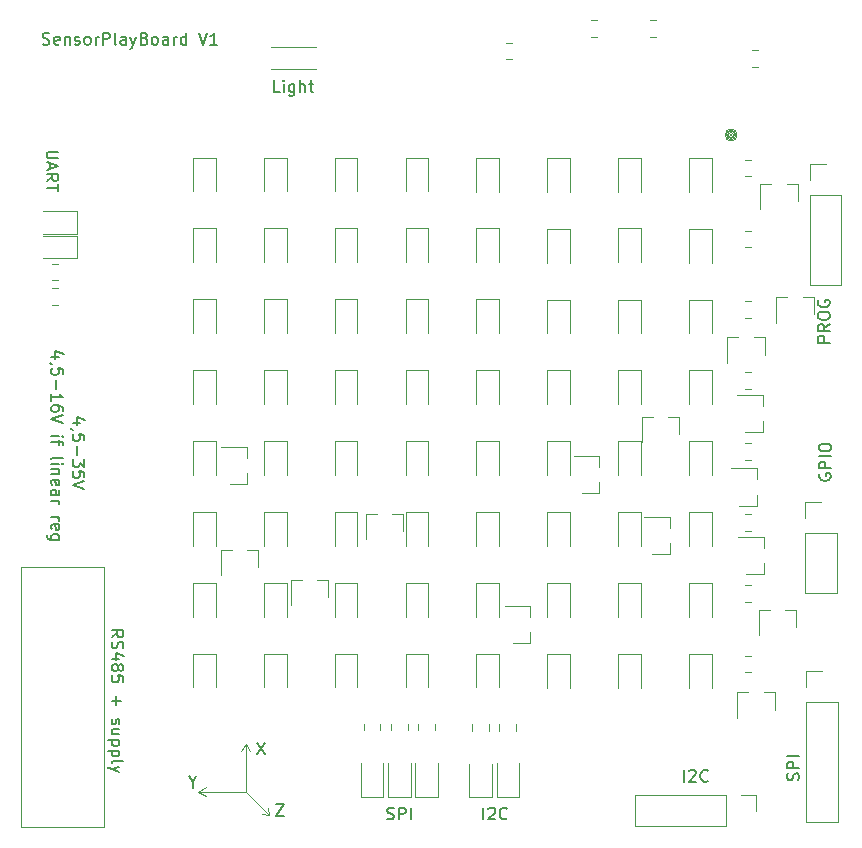
<source format=gbr>
G04 #@! TF.GenerationSoftware,KiCad,Pcbnew,(5.1.4)-1*
G04 #@! TF.CreationDate,2020-06-16T16:04:14+02:00*
G04 #@! TF.ProjectId,SensorPlayBoard,53656e73-6f72-4506-9c61-79426f617264,rev?*
G04 #@! TF.SameCoordinates,Original*
G04 #@! TF.FileFunction,Legend,Top*
G04 #@! TF.FilePolarity,Positive*
%FSLAX46Y46*%
G04 Gerber Fmt 4.6, Leading zero omitted, Abs format (unit mm)*
G04 Created by KiCad (PCBNEW (5.1.4)-1) date 2020-06-16 16:04:14*
%MOMM*%
%LPD*%
G04 APERTURE LIST*
%ADD10C,0.150000*%
%ADD11C,0.120000*%
G04 APERTURE END LIST*
D10*
X151880952Y-56752380D02*
X151404761Y-56752380D01*
X151404761Y-55752380D01*
X152214285Y-56752380D02*
X152214285Y-56085714D01*
X152214285Y-55752380D02*
X152166666Y-55800000D01*
X152214285Y-55847619D01*
X152261904Y-55800000D01*
X152214285Y-55752380D01*
X152214285Y-55847619D01*
X153119047Y-56085714D02*
X153119047Y-56895238D01*
X153071428Y-56990476D01*
X153023809Y-57038095D01*
X152928571Y-57085714D01*
X152785714Y-57085714D01*
X152690476Y-57038095D01*
X153119047Y-56704761D02*
X153023809Y-56752380D01*
X152833333Y-56752380D01*
X152738095Y-56704761D01*
X152690476Y-56657142D01*
X152642857Y-56561904D01*
X152642857Y-56276190D01*
X152690476Y-56180952D01*
X152738095Y-56133333D01*
X152833333Y-56085714D01*
X153023809Y-56085714D01*
X153119047Y-56133333D01*
X153595238Y-56752380D02*
X153595238Y-55752380D01*
X154023809Y-56752380D02*
X154023809Y-56228571D01*
X153976190Y-56133333D01*
X153880952Y-56085714D01*
X153738095Y-56085714D01*
X153642857Y-56133333D01*
X153595238Y-56180952D01*
X154357142Y-56085714D02*
X154738095Y-56085714D01*
X154500000Y-55752380D02*
X154500000Y-56609523D01*
X154547619Y-56704761D01*
X154642857Y-56752380D01*
X154738095Y-56752380D01*
X131819047Y-52704761D02*
X131961904Y-52752380D01*
X132200000Y-52752380D01*
X132295238Y-52704761D01*
X132342857Y-52657142D01*
X132390476Y-52561904D01*
X132390476Y-52466666D01*
X132342857Y-52371428D01*
X132295238Y-52323809D01*
X132200000Y-52276190D01*
X132009523Y-52228571D01*
X131914285Y-52180952D01*
X131866666Y-52133333D01*
X131819047Y-52038095D01*
X131819047Y-51942857D01*
X131866666Y-51847619D01*
X131914285Y-51800000D01*
X132009523Y-51752380D01*
X132247619Y-51752380D01*
X132390476Y-51800000D01*
X133200000Y-52704761D02*
X133104761Y-52752380D01*
X132914285Y-52752380D01*
X132819047Y-52704761D01*
X132771428Y-52609523D01*
X132771428Y-52228571D01*
X132819047Y-52133333D01*
X132914285Y-52085714D01*
X133104761Y-52085714D01*
X133200000Y-52133333D01*
X133247619Y-52228571D01*
X133247619Y-52323809D01*
X132771428Y-52419047D01*
X133676190Y-52085714D02*
X133676190Y-52752380D01*
X133676190Y-52180952D02*
X133723809Y-52133333D01*
X133819047Y-52085714D01*
X133961904Y-52085714D01*
X134057142Y-52133333D01*
X134104761Y-52228571D01*
X134104761Y-52752380D01*
X134533333Y-52704761D02*
X134628571Y-52752380D01*
X134819047Y-52752380D01*
X134914285Y-52704761D01*
X134961904Y-52609523D01*
X134961904Y-52561904D01*
X134914285Y-52466666D01*
X134819047Y-52419047D01*
X134676190Y-52419047D01*
X134580952Y-52371428D01*
X134533333Y-52276190D01*
X134533333Y-52228571D01*
X134580952Y-52133333D01*
X134676190Y-52085714D01*
X134819047Y-52085714D01*
X134914285Y-52133333D01*
X135533333Y-52752380D02*
X135438095Y-52704761D01*
X135390476Y-52657142D01*
X135342857Y-52561904D01*
X135342857Y-52276190D01*
X135390476Y-52180952D01*
X135438095Y-52133333D01*
X135533333Y-52085714D01*
X135676190Y-52085714D01*
X135771428Y-52133333D01*
X135819047Y-52180952D01*
X135866666Y-52276190D01*
X135866666Y-52561904D01*
X135819047Y-52657142D01*
X135771428Y-52704761D01*
X135676190Y-52752380D01*
X135533333Y-52752380D01*
X136295238Y-52752380D02*
X136295238Y-52085714D01*
X136295238Y-52276190D02*
X136342857Y-52180952D01*
X136390476Y-52133333D01*
X136485714Y-52085714D01*
X136580952Y-52085714D01*
X136914285Y-52752380D02*
X136914285Y-51752380D01*
X137295238Y-51752380D01*
X137390476Y-51800000D01*
X137438095Y-51847619D01*
X137485714Y-51942857D01*
X137485714Y-52085714D01*
X137438095Y-52180952D01*
X137390476Y-52228571D01*
X137295238Y-52276190D01*
X136914285Y-52276190D01*
X138057142Y-52752380D02*
X137961904Y-52704761D01*
X137914285Y-52609523D01*
X137914285Y-51752380D01*
X138866666Y-52752380D02*
X138866666Y-52228571D01*
X138819047Y-52133333D01*
X138723809Y-52085714D01*
X138533333Y-52085714D01*
X138438095Y-52133333D01*
X138866666Y-52704761D02*
X138771428Y-52752380D01*
X138533333Y-52752380D01*
X138438095Y-52704761D01*
X138390476Y-52609523D01*
X138390476Y-52514285D01*
X138438095Y-52419047D01*
X138533333Y-52371428D01*
X138771428Y-52371428D01*
X138866666Y-52323809D01*
X139247619Y-52085714D02*
X139485714Y-52752380D01*
X139723809Y-52085714D02*
X139485714Y-52752380D01*
X139390476Y-52990476D01*
X139342857Y-53038095D01*
X139247619Y-53085714D01*
X140438095Y-52228571D02*
X140580952Y-52276190D01*
X140628571Y-52323809D01*
X140676190Y-52419047D01*
X140676190Y-52561904D01*
X140628571Y-52657142D01*
X140580952Y-52704761D01*
X140485714Y-52752380D01*
X140104761Y-52752380D01*
X140104761Y-51752380D01*
X140438095Y-51752380D01*
X140533333Y-51800000D01*
X140580952Y-51847619D01*
X140628571Y-51942857D01*
X140628571Y-52038095D01*
X140580952Y-52133333D01*
X140533333Y-52180952D01*
X140438095Y-52228571D01*
X140104761Y-52228571D01*
X141247619Y-52752380D02*
X141152380Y-52704761D01*
X141104761Y-52657142D01*
X141057142Y-52561904D01*
X141057142Y-52276190D01*
X141104761Y-52180952D01*
X141152380Y-52133333D01*
X141247619Y-52085714D01*
X141390476Y-52085714D01*
X141485714Y-52133333D01*
X141533333Y-52180952D01*
X141580952Y-52276190D01*
X141580952Y-52561904D01*
X141533333Y-52657142D01*
X141485714Y-52704761D01*
X141390476Y-52752380D01*
X141247619Y-52752380D01*
X142438095Y-52752380D02*
X142438095Y-52228571D01*
X142390476Y-52133333D01*
X142295238Y-52085714D01*
X142104761Y-52085714D01*
X142009523Y-52133333D01*
X142438095Y-52704761D02*
X142342857Y-52752380D01*
X142104761Y-52752380D01*
X142009523Y-52704761D01*
X141961904Y-52609523D01*
X141961904Y-52514285D01*
X142009523Y-52419047D01*
X142104761Y-52371428D01*
X142342857Y-52371428D01*
X142438095Y-52323809D01*
X142914285Y-52752380D02*
X142914285Y-52085714D01*
X142914285Y-52276190D02*
X142961904Y-52180952D01*
X143009523Y-52133333D01*
X143104761Y-52085714D01*
X143200000Y-52085714D01*
X143961904Y-52752380D02*
X143961904Y-51752380D01*
X143961904Y-52704761D02*
X143866666Y-52752380D01*
X143676190Y-52752380D01*
X143580952Y-52704761D01*
X143533333Y-52657142D01*
X143485714Y-52561904D01*
X143485714Y-52276190D01*
X143533333Y-52180952D01*
X143580952Y-52133333D01*
X143676190Y-52085714D01*
X143866666Y-52085714D01*
X143961904Y-52133333D01*
X145057142Y-51752380D02*
X145390476Y-52752380D01*
X145723809Y-51752380D01*
X146580952Y-52752380D02*
X146009523Y-52752380D01*
X146295238Y-52752380D02*
X146295238Y-51752380D01*
X146200000Y-51895238D01*
X146104761Y-51990476D01*
X146009523Y-52038095D01*
X137647619Y-102919047D02*
X138123809Y-102585714D01*
X137647619Y-102347619D02*
X138647619Y-102347619D01*
X138647619Y-102728571D01*
X138600000Y-102823809D01*
X138552380Y-102871428D01*
X138457142Y-102919047D01*
X138314285Y-102919047D01*
X138219047Y-102871428D01*
X138171428Y-102823809D01*
X138123809Y-102728571D01*
X138123809Y-102347619D01*
X137695238Y-103300000D02*
X137647619Y-103442857D01*
X137647619Y-103680952D01*
X137695238Y-103776190D01*
X137742857Y-103823809D01*
X137838095Y-103871428D01*
X137933333Y-103871428D01*
X138028571Y-103823809D01*
X138076190Y-103776190D01*
X138123809Y-103680952D01*
X138171428Y-103490476D01*
X138219047Y-103395238D01*
X138266666Y-103347619D01*
X138361904Y-103300000D01*
X138457142Y-103300000D01*
X138552380Y-103347619D01*
X138600000Y-103395238D01*
X138647619Y-103490476D01*
X138647619Y-103728571D01*
X138600000Y-103871428D01*
X138314285Y-104728571D02*
X137647619Y-104728571D01*
X138695238Y-104490476D02*
X137980952Y-104252380D01*
X137980952Y-104871428D01*
X138219047Y-105395238D02*
X138266666Y-105300000D01*
X138314285Y-105252380D01*
X138409523Y-105204761D01*
X138457142Y-105204761D01*
X138552380Y-105252380D01*
X138600000Y-105300000D01*
X138647619Y-105395238D01*
X138647619Y-105585714D01*
X138600000Y-105680952D01*
X138552380Y-105728571D01*
X138457142Y-105776190D01*
X138409523Y-105776190D01*
X138314285Y-105728571D01*
X138266666Y-105680952D01*
X138219047Y-105585714D01*
X138219047Y-105395238D01*
X138171428Y-105300000D01*
X138123809Y-105252380D01*
X138028571Y-105204761D01*
X137838095Y-105204761D01*
X137742857Y-105252380D01*
X137695238Y-105300000D01*
X137647619Y-105395238D01*
X137647619Y-105585714D01*
X137695238Y-105680952D01*
X137742857Y-105728571D01*
X137838095Y-105776190D01*
X138028571Y-105776190D01*
X138123809Y-105728571D01*
X138171428Y-105680952D01*
X138219047Y-105585714D01*
X138647619Y-106680952D02*
X138647619Y-106204761D01*
X138171428Y-106157142D01*
X138219047Y-106204761D01*
X138266666Y-106300000D01*
X138266666Y-106538095D01*
X138219047Y-106633333D01*
X138171428Y-106680952D01*
X138076190Y-106728571D01*
X137838095Y-106728571D01*
X137742857Y-106680952D01*
X137695238Y-106633333D01*
X137647619Y-106538095D01*
X137647619Y-106300000D01*
X137695238Y-106204761D01*
X137742857Y-106157142D01*
X138028571Y-107919047D02*
X138028571Y-108680952D01*
X137647619Y-108300000D02*
X138409523Y-108300000D01*
X137695238Y-109871428D02*
X137647619Y-109966666D01*
X137647619Y-110157142D01*
X137695238Y-110252380D01*
X137790476Y-110300000D01*
X137838095Y-110300000D01*
X137933333Y-110252380D01*
X137980952Y-110157142D01*
X137980952Y-110014285D01*
X138028571Y-109919047D01*
X138123809Y-109871428D01*
X138171428Y-109871428D01*
X138266666Y-109919047D01*
X138314285Y-110014285D01*
X138314285Y-110157142D01*
X138266666Y-110252380D01*
X138314285Y-111157142D02*
X137647619Y-111157142D01*
X138314285Y-110728571D02*
X137790476Y-110728571D01*
X137695238Y-110776190D01*
X137647619Y-110871428D01*
X137647619Y-111014285D01*
X137695238Y-111109523D01*
X137742857Y-111157142D01*
X138314285Y-111633333D02*
X137314285Y-111633333D01*
X138266666Y-111633333D02*
X138314285Y-111728571D01*
X138314285Y-111919047D01*
X138266666Y-112014285D01*
X138219047Y-112061904D01*
X138123809Y-112109523D01*
X137838095Y-112109523D01*
X137742857Y-112061904D01*
X137695238Y-112014285D01*
X137647619Y-111919047D01*
X137647619Y-111728571D01*
X137695238Y-111633333D01*
X138314285Y-112538095D02*
X137314285Y-112538095D01*
X138266666Y-112538095D02*
X138314285Y-112633333D01*
X138314285Y-112823809D01*
X138266666Y-112919047D01*
X138219047Y-112966666D01*
X138123809Y-113014285D01*
X137838095Y-113014285D01*
X137742857Y-112966666D01*
X137695238Y-112919047D01*
X137647619Y-112823809D01*
X137647619Y-112633333D01*
X137695238Y-112538095D01*
X137647619Y-113585714D02*
X137695238Y-113490476D01*
X137790476Y-113442857D01*
X138647619Y-113442857D01*
X138314285Y-113871428D02*
X137647619Y-114109523D01*
X138314285Y-114347619D02*
X137647619Y-114109523D01*
X137409523Y-114014285D01*
X137361904Y-113966666D01*
X137314285Y-113871428D01*
X133214285Y-79195238D02*
X132547619Y-79195238D01*
X133595238Y-78957142D02*
X132880952Y-78719047D01*
X132880952Y-79338095D01*
X132595238Y-79766666D02*
X132547619Y-79766666D01*
X132452380Y-79719047D01*
X132404761Y-79671428D01*
X133547619Y-80671428D02*
X133547619Y-80195238D01*
X133071428Y-80147619D01*
X133119047Y-80195238D01*
X133166666Y-80290476D01*
X133166666Y-80528571D01*
X133119047Y-80623809D01*
X133071428Y-80671428D01*
X132976190Y-80719047D01*
X132738095Y-80719047D01*
X132642857Y-80671428D01*
X132595238Y-80623809D01*
X132547619Y-80528571D01*
X132547619Y-80290476D01*
X132595238Y-80195238D01*
X132642857Y-80147619D01*
X132928571Y-81147619D02*
X132928571Y-81909523D01*
X132547619Y-82909523D02*
X132547619Y-82338095D01*
X132547619Y-82623809D02*
X133547619Y-82623809D01*
X133404761Y-82528571D01*
X133309523Y-82433333D01*
X133261904Y-82338095D01*
X133547619Y-83766666D02*
X133547619Y-83576190D01*
X133500000Y-83480952D01*
X133452380Y-83433333D01*
X133309523Y-83338095D01*
X133119047Y-83290476D01*
X132738095Y-83290476D01*
X132642857Y-83338095D01*
X132595238Y-83385714D01*
X132547619Y-83480952D01*
X132547619Y-83671428D01*
X132595238Y-83766666D01*
X132642857Y-83814285D01*
X132738095Y-83861904D01*
X132976190Y-83861904D01*
X133071428Y-83814285D01*
X133119047Y-83766666D01*
X133166666Y-83671428D01*
X133166666Y-83480952D01*
X133119047Y-83385714D01*
X133071428Y-83338095D01*
X132976190Y-83290476D01*
X133547619Y-84147619D02*
X132547619Y-84480952D01*
X133547619Y-84814285D01*
X132547619Y-85909523D02*
X133214285Y-85909523D01*
X133547619Y-85909523D02*
X133500000Y-85861904D01*
X133452380Y-85909523D01*
X133500000Y-85957142D01*
X133547619Y-85909523D01*
X133452380Y-85909523D01*
X133214285Y-86242857D02*
X133214285Y-86623809D01*
X132547619Y-86385714D02*
X133404761Y-86385714D01*
X133500000Y-86433333D01*
X133547619Y-86528571D01*
X133547619Y-86623809D01*
X132547619Y-87861904D02*
X132595238Y-87766666D01*
X132690476Y-87719047D01*
X133547619Y-87719047D01*
X132547619Y-88242857D02*
X133214285Y-88242857D01*
X133547619Y-88242857D02*
X133500000Y-88195238D01*
X133452380Y-88242857D01*
X133500000Y-88290476D01*
X133547619Y-88242857D01*
X133452380Y-88242857D01*
X133214285Y-88719047D02*
X132547619Y-88719047D01*
X133119047Y-88719047D02*
X133166666Y-88766666D01*
X133214285Y-88861904D01*
X133214285Y-89004761D01*
X133166666Y-89100000D01*
X133071428Y-89147619D01*
X132547619Y-89147619D01*
X132595238Y-90004761D02*
X132547619Y-89909523D01*
X132547619Y-89719047D01*
X132595238Y-89623809D01*
X132690476Y-89576190D01*
X133071428Y-89576190D01*
X133166666Y-89623809D01*
X133214285Y-89719047D01*
X133214285Y-89909523D01*
X133166666Y-90004761D01*
X133071428Y-90052380D01*
X132976190Y-90052380D01*
X132880952Y-89576190D01*
X132547619Y-90909523D02*
X133071428Y-90909523D01*
X133166666Y-90861904D01*
X133214285Y-90766666D01*
X133214285Y-90576190D01*
X133166666Y-90480952D01*
X132595238Y-90909523D02*
X132547619Y-90814285D01*
X132547619Y-90576190D01*
X132595238Y-90480952D01*
X132690476Y-90433333D01*
X132785714Y-90433333D01*
X132880952Y-90480952D01*
X132928571Y-90576190D01*
X132928571Y-90814285D01*
X132976190Y-90909523D01*
X132547619Y-91385714D02*
X133214285Y-91385714D01*
X133023809Y-91385714D02*
X133119047Y-91433333D01*
X133166666Y-91480952D01*
X133214285Y-91576190D01*
X133214285Y-91671428D01*
X132547619Y-92766666D02*
X133214285Y-92766666D01*
X133023809Y-92766666D02*
X133119047Y-92814285D01*
X133166666Y-92861904D01*
X133214285Y-92957142D01*
X133214285Y-93052380D01*
X132595238Y-93766666D02*
X132547619Y-93671428D01*
X132547619Y-93480952D01*
X132595238Y-93385714D01*
X132690476Y-93338095D01*
X133071428Y-93338095D01*
X133166666Y-93385714D01*
X133214285Y-93480952D01*
X133214285Y-93671428D01*
X133166666Y-93766666D01*
X133071428Y-93814285D01*
X132976190Y-93814285D01*
X132880952Y-93338095D01*
X133214285Y-94671428D02*
X132404761Y-94671428D01*
X132309523Y-94623809D01*
X132261904Y-94576190D01*
X132214285Y-94480952D01*
X132214285Y-94338095D01*
X132261904Y-94242857D01*
X132595238Y-94671428D02*
X132547619Y-94576190D01*
X132547619Y-94385714D01*
X132595238Y-94290476D01*
X132642857Y-94242857D01*
X132738095Y-94195238D01*
X133023809Y-94195238D01*
X133119047Y-94242857D01*
X133166666Y-94290476D01*
X133214285Y-94385714D01*
X133214285Y-94576190D01*
X133166666Y-94671428D01*
X135014285Y-84776190D02*
X134347619Y-84776190D01*
X135395238Y-84538095D02*
X134680952Y-84300000D01*
X134680952Y-84919047D01*
X134395238Y-85347619D02*
X134347619Y-85347619D01*
X134252380Y-85300000D01*
X134204761Y-85252380D01*
X135347619Y-86252380D02*
X135347619Y-85776190D01*
X134871428Y-85728571D01*
X134919047Y-85776190D01*
X134966666Y-85871428D01*
X134966666Y-86109523D01*
X134919047Y-86204761D01*
X134871428Y-86252380D01*
X134776190Y-86300000D01*
X134538095Y-86300000D01*
X134442857Y-86252380D01*
X134395238Y-86204761D01*
X134347619Y-86109523D01*
X134347619Y-85871428D01*
X134395238Y-85776190D01*
X134442857Y-85728571D01*
X134728571Y-86728571D02*
X134728571Y-87490476D01*
X135347619Y-87871428D02*
X135347619Y-88490476D01*
X134966666Y-88157142D01*
X134966666Y-88300000D01*
X134919047Y-88395238D01*
X134871428Y-88442857D01*
X134776190Y-88490476D01*
X134538095Y-88490476D01*
X134442857Y-88442857D01*
X134395238Y-88395238D01*
X134347619Y-88300000D01*
X134347619Y-88014285D01*
X134395238Y-87919047D01*
X134442857Y-87871428D01*
X135347619Y-89395238D02*
X135347619Y-88919047D01*
X134871428Y-88871428D01*
X134919047Y-88919047D01*
X134966666Y-89014285D01*
X134966666Y-89252380D01*
X134919047Y-89347619D01*
X134871428Y-89395238D01*
X134776190Y-89442857D01*
X134538095Y-89442857D01*
X134442857Y-89395238D01*
X134395238Y-89347619D01*
X134347619Y-89252380D01*
X134347619Y-89014285D01*
X134395238Y-88919047D01*
X134442857Y-88871428D01*
X135347619Y-89728571D02*
X134347619Y-90061904D01*
X135347619Y-90395238D01*
X133147619Y-61804761D02*
X132338095Y-61804761D01*
X132242857Y-61852380D01*
X132195238Y-61900000D01*
X132147619Y-61995238D01*
X132147619Y-62185714D01*
X132195238Y-62280952D01*
X132242857Y-62328571D01*
X132338095Y-62376190D01*
X133147619Y-62376190D01*
X132433333Y-62804761D02*
X132433333Y-63280952D01*
X132147619Y-62709523D02*
X133147619Y-63042857D01*
X132147619Y-63376190D01*
X132147619Y-64280952D02*
X132623809Y-63947619D01*
X132147619Y-63709523D02*
X133147619Y-63709523D01*
X133147619Y-64090476D01*
X133100000Y-64185714D01*
X133052380Y-64233333D01*
X132957142Y-64280952D01*
X132814285Y-64280952D01*
X132719047Y-64233333D01*
X132671428Y-64185714D01*
X132623809Y-64090476D01*
X132623809Y-63709523D01*
X133147619Y-64566666D02*
X133147619Y-65138095D01*
X132147619Y-64852380D02*
X133147619Y-64852380D01*
X198452380Y-77985714D02*
X197452380Y-77985714D01*
X197452380Y-77604761D01*
X197500000Y-77509523D01*
X197547619Y-77461904D01*
X197642857Y-77414285D01*
X197785714Y-77414285D01*
X197880952Y-77461904D01*
X197928571Y-77509523D01*
X197976190Y-77604761D01*
X197976190Y-77985714D01*
X198452380Y-76414285D02*
X197976190Y-76747619D01*
X198452380Y-76985714D02*
X197452380Y-76985714D01*
X197452380Y-76604761D01*
X197500000Y-76509523D01*
X197547619Y-76461904D01*
X197642857Y-76414285D01*
X197785714Y-76414285D01*
X197880952Y-76461904D01*
X197928571Y-76509523D01*
X197976190Y-76604761D01*
X197976190Y-76985714D01*
X197452380Y-75795238D02*
X197452380Y-75604761D01*
X197500000Y-75509523D01*
X197595238Y-75414285D01*
X197785714Y-75366666D01*
X198119047Y-75366666D01*
X198309523Y-75414285D01*
X198404761Y-75509523D01*
X198452380Y-75604761D01*
X198452380Y-75795238D01*
X198404761Y-75890476D01*
X198309523Y-75985714D01*
X198119047Y-76033333D01*
X197785714Y-76033333D01*
X197595238Y-75985714D01*
X197500000Y-75890476D01*
X197452380Y-75795238D01*
X197500000Y-74414285D02*
X197452380Y-74509523D01*
X197452380Y-74652380D01*
X197500000Y-74795238D01*
X197595238Y-74890476D01*
X197690476Y-74938095D01*
X197880952Y-74985714D01*
X198023809Y-74985714D01*
X198214285Y-74938095D01*
X198309523Y-74890476D01*
X198404761Y-74795238D01*
X198452380Y-74652380D01*
X198452380Y-74557142D01*
X198404761Y-74414285D01*
X198357142Y-74366666D01*
X198023809Y-74366666D01*
X198023809Y-74557142D01*
X197600000Y-89100000D02*
X197552380Y-89195238D01*
X197552380Y-89338095D01*
X197600000Y-89480952D01*
X197695238Y-89576190D01*
X197790476Y-89623809D01*
X197980952Y-89671428D01*
X198123809Y-89671428D01*
X198314285Y-89623809D01*
X198409523Y-89576190D01*
X198504761Y-89480952D01*
X198552380Y-89338095D01*
X198552380Y-89242857D01*
X198504761Y-89100000D01*
X198457142Y-89052380D01*
X198123809Y-89052380D01*
X198123809Y-89242857D01*
X198552380Y-88623809D02*
X197552380Y-88623809D01*
X197552380Y-88242857D01*
X197600000Y-88147619D01*
X197647619Y-88100000D01*
X197742857Y-88052380D01*
X197885714Y-88052380D01*
X197980952Y-88100000D01*
X198028571Y-88147619D01*
X198076190Y-88242857D01*
X198076190Y-88623809D01*
X198552380Y-87623809D02*
X197552380Y-87623809D01*
X197552380Y-86957142D02*
X197552380Y-86766666D01*
X197600000Y-86671428D01*
X197695238Y-86576190D01*
X197885714Y-86528571D01*
X198219047Y-86528571D01*
X198409523Y-86576190D01*
X198504761Y-86671428D01*
X198552380Y-86766666D01*
X198552380Y-86957142D01*
X198504761Y-87052380D01*
X198409523Y-87147619D01*
X198219047Y-87195238D01*
X197885714Y-87195238D01*
X197695238Y-87147619D01*
X197600000Y-87052380D01*
X197552380Y-86957142D01*
X195804761Y-115023809D02*
X195852380Y-114880952D01*
X195852380Y-114642857D01*
X195804761Y-114547619D01*
X195757142Y-114500000D01*
X195661904Y-114452380D01*
X195566666Y-114452380D01*
X195471428Y-114500000D01*
X195423809Y-114547619D01*
X195376190Y-114642857D01*
X195328571Y-114833333D01*
X195280952Y-114928571D01*
X195233333Y-114976190D01*
X195138095Y-115023809D01*
X195042857Y-115023809D01*
X194947619Y-114976190D01*
X194900000Y-114928571D01*
X194852380Y-114833333D01*
X194852380Y-114595238D01*
X194900000Y-114452380D01*
X195852380Y-114023809D02*
X194852380Y-114023809D01*
X194852380Y-113642857D01*
X194900000Y-113547619D01*
X194947619Y-113500000D01*
X195042857Y-113452380D01*
X195185714Y-113452380D01*
X195280952Y-113500000D01*
X195328571Y-113547619D01*
X195376190Y-113642857D01*
X195376190Y-114023809D01*
X195852380Y-113023809D02*
X194852380Y-113023809D01*
X186123809Y-115152380D02*
X186123809Y-114152380D01*
X186552380Y-114247619D02*
X186600000Y-114200000D01*
X186695238Y-114152380D01*
X186933333Y-114152380D01*
X187028571Y-114200000D01*
X187076190Y-114247619D01*
X187123809Y-114342857D01*
X187123809Y-114438095D01*
X187076190Y-114580952D01*
X186504761Y-115152380D01*
X187123809Y-115152380D01*
X188123809Y-115057142D02*
X188076190Y-115104761D01*
X187933333Y-115152380D01*
X187838095Y-115152380D01*
X187695238Y-115104761D01*
X187600000Y-115009523D01*
X187552380Y-114914285D01*
X187504761Y-114723809D01*
X187504761Y-114580952D01*
X187552380Y-114390476D01*
X187600000Y-114295238D01*
X187695238Y-114200000D01*
X187838095Y-114152380D01*
X187933333Y-114152380D01*
X188076190Y-114200000D01*
X188123809Y-114247619D01*
X169123809Y-118352380D02*
X169123809Y-117352380D01*
X169552380Y-117447619D02*
X169600000Y-117400000D01*
X169695238Y-117352380D01*
X169933333Y-117352380D01*
X170028571Y-117400000D01*
X170076190Y-117447619D01*
X170123809Y-117542857D01*
X170123809Y-117638095D01*
X170076190Y-117780952D01*
X169504761Y-118352380D01*
X170123809Y-118352380D01*
X171123809Y-118257142D02*
X171076190Y-118304761D01*
X170933333Y-118352380D01*
X170838095Y-118352380D01*
X170695238Y-118304761D01*
X170600000Y-118209523D01*
X170552380Y-118114285D01*
X170504761Y-117923809D01*
X170504761Y-117780952D01*
X170552380Y-117590476D01*
X170600000Y-117495238D01*
X170695238Y-117400000D01*
X170838095Y-117352380D01*
X170933333Y-117352380D01*
X171076190Y-117400000D01*
X171123809Y-117447619D01*
X160976190Y-118304761D02*
X161119047Y-118352380D01*
X161357142Y-118352380D01*
X161452380Y-118304761D01*
X161500000Y-118257142D01*
X161547619Y-118161904D01*
X161547619Y-118066666D01*
X161500000Y-117971428D01*
X161452380Y-117923809D01*
X161357142Y-117876190D01*
X161166666Y-117828571D01*
X161071428Y-117780952D01*
X161023809Y-117733333D01*
X160976190Y-117638095D01*
X160976190Y-117542857D01*
X161023809Y-117447619D01*
X161071428Y-117400000D01*
X161166666Y-117352380D01*
X161404761Y-117352380D01*
X161547619Y-117400000D01*
X161976190Y-118352380D02*
X161976190Y-117352380D01*
X162357142Y-117352380D01*
X162452380Y-117400000D01*
X162500000Y-117447619D01*
X162547619Y-117542857D01*
X162547619Y-117685714D01*
X162500000Y-117780952D01*
X162452380Y-117828571D01*
X162357142Y-117876190D01*
X161976190Y-117876190D01*
X162976190Y-118352380D02*
X162976190Y-117352380D01*
X151566666Y-117052380D02*
X152233333Y-117052380D01*
X151566666Y-118052380D01*
X152233333Y-118052380D01*
X144500000Y-115176190D02*
X144500000Y-115652380D01*
X144166666Y-114652380D02*
X144500000Y-115176190D01*
X144833333Y-114652380D01*
X150633333Y-112847619D02*
X149966666Y-111847619D01*
X149966666Y-112847619D02*
X150633333Y-111847619D01*
D11*
X151000000Y-118000000D02*
X150400000Y-117900000D01*
X151000000Y-118000000D02*
X150900000Y-117400000D01*
X145000000Y-116000000D02*
X145600000Y-116400000D01*
X145000000Y-116000000D02*
X145600000Y-115600000D01*
X149000000Y-112000000D02*
X148600000Y-112600000D01*
X149400000Y-112600000D02*
X149000000Y-112000000D01*
X149000000Y-112000000D02*
X149400000Y-112600000D01*
X149000000Y-116000000D02*
X151000000Y-118000000D01*
X149000000Y-116000000D02*
X145000000Y-116000000D01*
X149000000Y-112000000D02*
X149000000Y-116000000D01*
X190200000Y-60400000D02*
G75*
G03X190200000Y-60400000I-100000J0D01*
G01*
X190300000Y-60400000D02*
G75*
G03X190300000Y-60400000I-200000J0D01*
G01*
X190400000Y-60400000D02*
G75*
G03X190400000Y-60400000I-300000J0D01*
G01*
X190500000Y-60400000D02*
G75*
G03X190500000Y-60400000I-400000J0D01*
G01*
X190609902Y-60400000D02*
G75*
G03X190609902Y-60400000I-509902J0D01*
G01*
X130000000Y-97000000D02*
X130000000Y-108000000D01*
X137000000Y-97000000D02*
X130000000Y-97000000D01*
X137000000Y-119000000D02*
X137000000Y-97000000D01*
X130000000Y-119000000D02*
X137000000Y-119000000D01*
X130000000Y-108000000D02*
X130000000Y-119000000D01*
X192230000Y-116270000D02*
X192230000Y-117600000D01*
X190900000Y-116270000D02*
X192230000Y-116270000D01*
X189630000Y-116270000D02*
X189630000Y-118930000D01*
X189630000Y-118930000D02*
X181950000Y-118930000D01*
X189630000Y-116270000D02*
X181950000Y-116270000D01*
X181950000Y-116270000D02*
X181950000Y-118930000D01*
X196470000Y-105770000D02*
X197800000Y-105770000D01*
X196470000Y-107100000D02*
X196470000Y-105770000D01*
X196470000Y-108370000D02*
X199130000Y-108370000D01*
X199130000Y-108370000D02*
X199130000Y-118590000D01*
X196470000Y-108370000D02*
X196470000Y-118590000D01*
X196470000Y-118590000D02*
X199130000Y-118590000D01*
X196370000Y-91470000D02*
X197700000Y-91470000D01*
X196370000Y-92800000D02*
X196370000Y-91470000D01*
X196370000Y-94070000D02*
X199030000Y-94070000D01*
X199030000Y-94070000D02*
X199030000Y-99210000D01*
X196370000Y-94070000D02*
X196370000Y-99210000D01*
X196370000Y-99210000D02*
X199030000Y-99210000D01*
X196770000Y-62850000D02*
X198100000Y-62850000D01*
X196770000Y-64180000D02*
X196770000Y-62850000D01*
X196770000Y-65450000D02*
X199430000Y-65450000D01*
X199430000Y-65450000D02*
X199430000Y-73130000D01*
X196770000Y-65450000D02*
X196770000Y-73130000D01*
X196770000Y-73130000D02*
X199430000Y-73130000D01*
X178786252Y-50690000D02*
X178263748Y-50690000D01*
X178786252Y-52110000D02*
X178263748Y-52110000D01*
X183238748Y-50690000D02*
X183761252Y-50690000D01*
X183238748Y-52110000D02*
X183761252Y-52110000D01*
X191838748Y-54610000D02*
X192361252Y-54610000D01*
X191838748Y-53190000D02*
X192361252Y-53190000D01*
X163340000Y-113600000D02*
X163340000Y-116460000D01*
X163340000Y-116460000D02*
X165260000Y-116460000D01*
X165260000Y-116460000D02*
X165260000Y-113600000D01*
X161040000Y-113600000D02*
X161040000Y-116460000D01*
X161040000Y-116460000D02*
X162960000Y-116460000D01*
X162960000Y-116460000D02*
X162960000Y-113600000D01*
X160660000Y-116460000D02*
X160660000Y-113600000D01*
X158740000Y-116460000D02*
X160660000Y-116460000D01*
X158740000Y-113600000D02*
X158740000Y-116460000D01*
X169860000Y-116485000D02*
X169860000Y-113625000D01*
X167940000Y-116485000D02*
X169860000Y-116485000D01*
X167940000Y-113625000D02*
X167940000Y-116485000D01*
X170240000Y-113600000D02*
X170240000Y-116460000D01*
X170240000Y-116460000D02*
X172160000Y-116460000D01*
X172160000Y-116460000D02*
X172160000Y-113600000D01*
X134685000Y-66840000D02*
X131825000Y-66840000D01*
X134685000Y-68760000D02*
X134685000Y-66840000D01*
X131825000Y-68760000D02*
X134685000Y-68760000D01*
X131825000Y-70860000D02*
X134685000Y-70860000D01*
X134685000Y-70860000D02*
X134685000Y-68940000D01*
X134685000Y-68940000D02*
X131825000Y-68940000D01*
X154980000Y-54820000D02*
X151140000Y-54820000D01*
X154980000Y-52980000D02*
X151140000Y-52980000D01*
X171038748Y-54010000D02*
X171561252Y-54010000D01*
X171038748Y-52590000D02*
X171561252Y-52590000D01*
X163590000Y-110238748D02*
X163590000Y-110761252D01*
X165010000Y-110238748D02*
X165010000Y-110761252D01*
X161290000Y-110238748D02*
X161290000Y-110761252D01*
X162710000Y-110238748D02*
X162710000Y-110761252D01*
X160410000Y-110238748D02*
X160410000Y-110761252D01*
X158990000Y-110238748D02*
X158990000Y-110761252D01*
X169610000Y-110313748D02*
X169610000Y-110836252D01*
X168190000Y-110313748D02*
X168190000Y-110836252D01*
X170490000Y-110313748D02*
X170490000Y-110836252D01*
X171910000Y-110313748D02*
X171910000Y-110836252D01*
X133086252Y-74810000D02*
X132563748Y-74810000D01*
X133086252Y-73390000D02*
X132563748Y-73390000D01*
X133086252Y-71290000D02*
X132563748Y-71290000D01*
X133086252Y-72710000D02*
X132563748Y-72710000D01*
X188460000Y-65200000D02*
X188460000Y-62340000D01*
X188460000Y-62340000D02*
X186540000Y-62340000D01*
X186540000Y-62340000D02*
X186540000Y-65200000D01*
X188460000Y-71200000D02*
X188460000Y-68340000D01*
X188460000Y-68340000D02*
X186540000Y-68340000D01*
X186540000Y-68340000D02*
X186540000Y-71200000D01*
X188460000Y-77200000D02*
X188460000Y-74340000D01*
X188460000Y-74340000D02*
X186540000Y-74340000D01*
X186540000Y-74340000D02*
X186540000Y-77200000D01*
X186540000Y-80340000D02*
X186540000Y-83200000D01*
X188460000Y-80340000D02*
X186540000Y-80340000D01*
X188460000Y-83200000D02*
X188460000Y-80340000D01*
X188460000Y-89200000D02*
X188460000Y-86340000D01*
X188460000Y-86340000D02*
X186540000Y-86340000D01*
X186540000Y-86340000D02*
X186540000Y-89200000D01*
X186540000Y-92340000D02*
X186540000Y-95200000D01*
X188460000Y-92340000D02*
X186540000Y-92340000D01*
X188460000Y-95200000D02*
X188460000Y-92340000D01*
X188460000Y-101200000D02*
X188460000Y-98340000D01*
X188460000Y-98340000D02*
X186540000Y-98340000D01*
X186540000Y-98340000D02*
X186540000Y-101200000D01*
X186540000Y-104340000D02*
X186540000Y-107200000D01*
X188460000Y-104340000D02*
X186540000Y-104340000D01*
X188460000Y-107200000D02*
X188460000Y-104340000D01*
X180540000Y-62340000D02*
X180540000Y-65200000D01*
X182460000Y-62340000D02*
X180540000Y-62340000D01*
X182460000Y-65200000D02*
X182460000Y-62340000D01*
X182460000Y-71175000D02*
X182460000Y-68315000D01*
X182460000Y-68315000D02*
X180540000Y-68315000D01*
X180540000Y-68315000D02*
X180540000Y-71175000D01*
X180540000Y-74340000D02*
X180540000Y-77200000D01*
X182460000Y-74340000D02*
X180540000Y-74340000D01*
X182460000Y-77200000D02*
X182460000Y-74340000D01*
X182460000Y-83200000D02*
X182460000Y-80340000D01*
X182460000Y-80340000D02*
X180540000Y-80340000D01*
X180540000Y-80340000D02*
X180540000Y-83200000D01*
X180540000Y-86340000D02*
X180540000Y-89200000D01*
X182460000Y-86340000D02*
X180540000Y-86340000D01*
X182460000Y-89200000D02*
X182460000Y-86340000D01*
X180540000Y-92315000D02*
X180540000Y-95175000D01*
X182460000Y-92315000D02*
X180540000Y-92315000D01*
X182460000Y-95175000D02*
X182460000Y-92315000D01*
X182460000Y-101175000D02*
X182460000Y-98315000D01*
X182460000Y-98315000D02*
X180540000Y-98315000D01*
X180540000Y-98315000D02*
X180540000Y-101175000D01*
X180540000Y-104340000D02*
X180540000Y-107200000D01*
X182460000Y-104340000D02*
X180540000Y-104340000D01*
X182460000Y-107200000D02*
X182460000Y-104340000D01*
X174540000Y-62340000D02*
X174540000Y-65200000D01*
X176460000Y-62340000D02*
X174540000Y-62340000D01*
X176460000Y-65200000D02*
X176460000Y-62340000D01*
X176460000Y-71200000D02*
X176460000Y-68340000D01*
X176460000Y-68340000D02*
X174540000Y-68340000D01*
X174540000Y-68340000D02*
X174540000Y-71200000D01*
X174540000Y-74340000D02*
X174540000Y-77200000D01*
X176460000Y-74340000D02*
X174540000Y-74340000D01*
X176460000Y-77200000D02*
X176460000Y-74340000D01*
X176460000Y-83200000D02*
X176460000Y-80340000D01*
X176460000Y-80340000D02*
X174540000Y-80340000D01*
X174540000Y-80340000D02*
X174540000Y-83200000D01*
X174540000Y-86340000D02*
X174540000Y-89200000D01*
X176460000Y-86340000D02*
X174540000Y-86340000D01*
X176460000Y-89200000D02*
X176460000Y-86340000D01*
X176460000Y-95200000D02*
X176460000Y-92340000D01*
X176460000Y-92340000D02*
X174540000Y-92340000D01*
X174540000Y-92340000D02*
X174540000Y-95200000D01*
X174540000Y-98315000D02*
X174540000Y-101175000D01*
X176460000Y-98315000D02*
X174540000Y-98315000D01*
X176460000Y-101175000D02*
X176460000Y-98315000D01*
X176460000Y-107200000D02*
X176460000Y-104340000D01*
X176460000Y-104340000D02*
X174540000Y-104340000D01*
X174540000Y-104340000D02*
X174540000Y-107200000D01*
X170460000Y-65200000D02*
X170460000Y-62340000D01*
X170460000Y-62340000D02*
X168540000Y-62340000D01*
X168540000Y-62340000D02*
X168540000Y-65200000D01*
X168540000Y-68315000D02*
X168540000Y-71175000D01*
X170460000Y-68315000D02*
X168540000Y-68315000D01*
X170460000Y-71175000D02*
X170460000Y-68315000D01*
X170460000Y-77175000D02*
X170460000Y-74315000D01*
X170460000Y-74315000D02*
X168540000Y-74315000D01*
X168540000Y-74315000D02*
X168540000Y-77175000D01*
X168540000Y-80315000D02*
X168540000Y-83175000D01*
X170460000Y-80315000D02*
X168540000Y-80315000D01*
X170460000Y-83175000D02*
X170460000Y-80315000D01*
X170460000Y-89175000D02*
X170460000Y-86315000D01*
X170460000Y-86315000D02*
X168540000Y-86315000D01*
X168540000Y-86315000D02*
X168540000Y-89175000D01*
X168540000Y-92315000D02*
X168540000Y-95175000D01*
X170460000Y-92315000D02*
X168540000Y-92315000D01*
X170460000Y-95175000D02*
X170460000Y-92315000D01*
X170460000Y-101175000D02*
X170460000Y-98315000D01*
X170460000Y-98315000D02*
X168540000Y-98315000D01*
X168540000Y-98315000D02*
X168540000Y-101175000D01*
X168540000Y-104315000D02*
X168540000Y-107175000D01*
X170460000Y-104315000D02*
X168540000Y-104315000D01*
X170460000Y-107175000D02*
X170460000Y-104315000D01*
X164460000Y-65175000D02*
X164460000Y-62315000D01*
X164460000Y-62315000D02*
X162540000Y-62315000D01*
X162540000Y-62315000D02*
X162540000Y-65175000D01*
X162540000Y-68315000D02*
X162540000Y-71175000D01*
X164460000Y-68315000D02*
X162540000Y-68315000D01*
X164460000Y-71175000D02*
X164460000Y-68315000D01*
X164460000Y-77175000D02*
X164460000Y-74315000D01*
X164460000Y-74315000D02*
X162540000Y-74315000D01*
X162540000Y-74315000D02*
X162540000Y-77175000D01*
X164460000Y-83175000D02*
X164460000Y-80315000D01*
X164460000Y-80315000D02*
X162540000Y-80315000D01*
X162540000Y-80315000D02*
X162540000Y-83175000D01*
X164460000Y-89175000D02*
X164460000Y-86315000D01*
X164460000Y-86315000D02*
X162540000Y-86315000D01*
X162540000Y-86315000D02*
X162540000Y-89175000D01*
X162540000Y-92315000D02*
X162540000Y-95175000D01*
X164460000Y-92315000D02*
X162540000Y-92315000D01*
X164460000Y-95175000D02*
X164460000Y-92315000D01*
X164460000Y-101175000D02*
X164460000Y-98315000D01*
X164460000Y-98315000D02*
X162540000Y-98315000D01*
X162540000Y-98315000D02*
X162540000Y-101175000D01*
X162540000Y-104315000D02*
X162540000Y-107175000D01*
X164460000Y-104315000D02*
X162540000Y-104315000D01*
X164460000Y-107175000D02*
X164460000Y-104315000D01*
X158460000Y-65175000D02*
X158460000Y-62315000D01*
X158460000Y-62315000D02*
X156540000Y-62315000D01*
X156540000Y-62315000D02*
X156540000Y-65175000D01*
X156540000Y-68315000D02*
X156540000Y-71175000D01*
X158460000Y-68315000D02*
X156540000Y-68315000D01*
X158460000Y-71175000D02*
X158460000Y-68315000D01*
X158460000Y-77175000D02*
X158460000Y-74315000D01*
X158460000Y-74315000D02*
X156540000Y-74315000D01*
X156540000Y-74315000D02*
X156540000Y-77175000D01*
X156540000Y-80340000D02*
X156540000Y-83200000D01*
X158460000Y-80340000D02*
X156540000Y-80340000D01*
X158460000Y-83200000D02*
X158460000Y-80340000D01*
X158460000Y-89200000D02*
X158460000Y-86340000D01*
X158460000Y-86340000D02*
X156540000Y-86340000D01*
X156540000Y-86340000D02*
X156540000Y-89200000D01*
X156540000Y-92340000D02*
X156540000Y-95200000D01*
X158460000Y-92340000D02*
X156540000Y-92340000D01*
X158460000Y-95200000D02*
X158460000Y-92340000D01*
X158460000Y-101175000D02*
X158460000Y-98315000D01*
X158460000Y-98315000D02*
X156540000Y-98315000D01*
X156540000Y-98315000D02*
X156540000Y-101175000D01*
X156540000Y-104315000D02*
X156540000Y-107175000D01*
X158460000Y-104315000D02*
X156540000Y-104315000D01*
X158460000Y-107175000D02*
X158460000Y-104315000D01*
X152460000Y-65175000D02*
X152460000Y-62315000D01*
X152460000Y-62315000D02*
X150540000Y-62315000D01*
X150540000Y-62315000D02*
X150540000Y-65175000D01*
X150540000Y-68315000D02*
X150540000Y-71175000D01*
X152460000Y-68315000D02*
X150540000Y-68315000D01*
X152460000Y-71175000D02*
X152460000Y-68315000D01*
X152460000Y-77175000D02*
X152460000Y-74315000D01*
X152460000Y-74315000D02*
X150540000Y-74315000D01*
X150540000Y-74315000D02*
X150540000Y-77175000D01*
X150540000Y-80315000D02*
X150540000Y-83175000D01*
X152460000Y-80315000D02*
X150540000Y-80315000D01*
X152460000Y-83175000D02*
X152460000Y-80315000D01*
X150540000Y-86315000D02*
X150540000Y-89175000D01*
X152460000Y-86315000D02*
X150540000Y-86315000D01*
X152460000Y-89175000D02*
X152460000Y-86315000D01*
X152460000Y-95175000D02*
X152460000Y-92315000D01*
X152460000Y-92315000D02*
X150540000Y-92315000D01*
X150540000Y-92315000D02*
X150540000Y-95175000D01*
X150540000Y-98315000D02*
X150540000Y-101175000D01*
X152460000Y-98315000D02*
X150540000Y-98315000D01*
X152460000Y-101175000D02*
X152460000Y-98315000D01*
X150540000Y-104315000D02*
X150540000Y-107175000D01*
X152460000Y-104315000D02*
X150540000Y-104315000D01*
X152460000Y-107175000D02*
X152460000Y-104315000D01*
X144540000Y-62315000D02*
X144540000Y-65175000D01*
X146460000Y-62315000D02*
X144540000Y-62315000D01*
X146460000Y-65175000D02*
X146460000Y-62315000D01*
X146460000Y-71175000D02*
X146460000Y-68315000D01*
X146460000Y-68315000D02*
X144540000Y-68315000D01*
X144540000Y-68315000D02*
X144540000Y-71175000D01*
X146460000Y-77175000D02*
X146460000Y-74315000D01*
X146460000Y-74315000D02*
X144540000Y-74315000D01*
X144540000Y-74315000D02*
X144540000Y-77175000D01*
X146460000Y-83175000D02*
X146460000Y-80315000D01*
X146460000Y-80315000D02*
X144540000Y-80315000D01*
X144540000Y-80315000D02*
X144540000Y-83175000D01*
X144540000Y-86315000D02*
X144540000Y-89175000D01*
X146460000Y-86315000D02*
X144540000Y-86315000D01*
X146460000Y-89175000D02*
X146460000Y-86315000D01*
X146460000Y-95175000D02*
X146460000Y-92315000D01*
X146460000Y-92315000D02*
X144540000Y-92315000D01*
X144540000Y-92315000D02*
X144540000Y-95175000D01*
X144540000Y-98315000D02*
X144540000Y-101175000D01*
X146460000Y-98315000D02*
X144540000Y-98315000D01*
X146460000Y-101175000D02*
X146460000Y-98315000D01*
X144540000Y-104315000D02*
X144540000Y-107175000D01*
X146460000Y-104315000D02*
X144540000Y-104315000D01*
X146460000Y-107175000D02*
X146460000Y-104315000D01*
X191786252Y-62490000D02*
X191263748Y-62490000D01*
X191786252Y-63910000D02*
X191263748Y-63910000D01*
X191786252Y-69910000D02*
X191263748Y-69910000D01*
X191786252Y-68490000D02*
X191263748Y-68490000D01*
X191786252Y-74490000D02*
X191263748Y-74490000D01*
X191786252Y-75910000D02*
X191263748Y-75910000D01*
X191786252Y-80490000D02*
X191263748Y-80490000D01*
X191786252Y-81910000D02*
X191263748Y-81910000D01*
X191786252Y-87910000D02*
X191263748Y-87910000D01*
X191786252Y-86490000D02*
X191263748Y-86490000D01*
X191761252Y-92490000D02*
X191238748Y-92490000D01*
X191761252Y-93910000D02*
X191238748Y-93910000D01*
X191786252Y-99910000D02*
X191263748Y-99910000D01*
X191786252Y-98490000D02*
X191263748Y-98490000D01*
X191786252Y-105910000D02*
X191263748Y-105910000D01*
X191786252Y-104490000D02*
X191263748Y-104490000D01*
X185730000Y-84240000D02*
X185730000Y-85700000D01*
X182570000Y-84240000D02*
X182570000Y-86400000D01*
X182570000Y-84240000D02*
X183500000Y-84240000D01*
X185730000Y-84240000D02*
X184800000Y-84240000D01*
X184894000Y-95875000D02*
X184894000Y-94945000D01*
X184894000Y-92715000D02*
X184894000Y-93645000D01*
X184894000Y-92715000D02*
X182734000Y-92715000D01*
X184894000Y-95875000D02*
X183434000Y-95875000D01*
X178941000Y-90734000D02*
X177481000Y-90734000D01*
X178941000Y-87574000D02*
X176781000Y-87574000D01*
X178941000Y-87574000D02*
X178941000Y-88504000D01*
X178941000Y-90734000D02*
X178941000Y-89804000D01*
X173099000Y-103434000D02*
X171639000Y-103434000D01*
X173099000Y-100274000D02*
X170939000Y-100274000D01*
X173099000Y-100274000D02*
X173099000Y-101204000D01*
X173099000Y-103434000D02*
X173099000Y-102504000D01*
X162362000Y-92458000D02*
X161432000Y-92458000D01*
X159202000Y-92458000D02*
X160132000Y-92458000D01*
X159202000Y-92458000D02*
X159202000Y-94618000D01*
X162362000Y-92458000D02*
X162362000Y-93918000D01*
X156012000Y-98046000D02*
X156012000Y-99506000D01*
X152852000Y-98046000D02*
X152852000Y-100206000D01*
X152852000Y-98046000D02*
X153782000Y-98046000D01*
X156012000Y-98046000D02*
X155082000Y-98046000D01*
X150043000Y-95506000D02*
X149113000Y-95506000D01*
X146883000Y-95506000D02*
X147813000Y-95506000D01*
X146883000Y-95506000D02*
X146883000Y-97666000D01*
X150043000Y-95506000D02*
X150043000Y-96966000D01*
X149096000Y-89972000D02*
X147636000Y-89972000D01*
X149096000Y-86812000D02*
X146936000Y-86812000D01*
X149096000Y-86812000D02*
X149096000Y-87742000D01*
X149096000Y-89972000D02*
X149096000Y-89042000D01*
X195730000Y-64540000D02*
X195730000Y-66000000D01*
X192570000Y-64540000D02*
X192570000Y-66700000D01*
X192570000Y-64540000D02*
X193500000Y-64540000D01*
X195730000Y-64540000D02*
X194800000Y-64540000D01*
X197080000Y-74140000D02*
X197080000Y-75600000D01*
X193920000Y-74140000D02*
X193920000Y-76300000D01*
X193920000Y-74140000D02*
X194850000Y-74140000D01*
X197080000Y-74140000D02*
X196150000Y-74140000D01*
X192930000Y-77540000D02*
X192000000Y-77540000D01*
X189770000Y-77540000D02*
X190700000Y-77540000D01*
X189770000Y-77540000D02*
X189770000Y-79700000D01*
X192930000Y-77540000D02*
X192930000Y-79000000D01*
X192760000Y-85580000D02*
X192760000Y-84650000D01*
X192760000Y-82420000D02*
X192760000Y-83350000D01*
X192760000Y-82420000D02*
X190600000Y-82420000D01*
X192760000Y-85580000D02*
X191300000Y-85580000D01*
X192260000Y-91780000D02*
X192260000Y-90850000D01*
X192260000Y-88620000D02*
X192260000Y-89550000D01*
X192260000Y-88620000D02*
X190100000Y-88620000D01*
X192260000Y-91780000D02*
X190800000Y-91780000D01*
X192860000Y-97580000D02*
X191400000Y-97580000D01*
X192860000Y-94420000D02*
X190700000Y-94420000D01*
X192860000Y-94420000D02*
X192860000Y-95350000D01*
X192860000Y-97580000D02*
X192860000Y-96650000D01*
X195636000Y-100586000D02*
X194706000Y-100586000D01*
X192476000Y-100586000D02*
X193406000Y-100586000D01*
X192476000Y-100586000D02*
X192476000Y-102746000D01*
X195636000Y-100586000D02*
X195636000Y-102046000D01*
X193792000Y-107587000D02*
X192862000Y-107587000D01*
X190632000Y-107587000D02*
X191562000Y-107587000D01*
X190632000Y-107587000D02*
X190632000Y-109747000D01*
X193792000Y-107587000D02*
X193792000Y-109047000D01*
M02*

</source>
